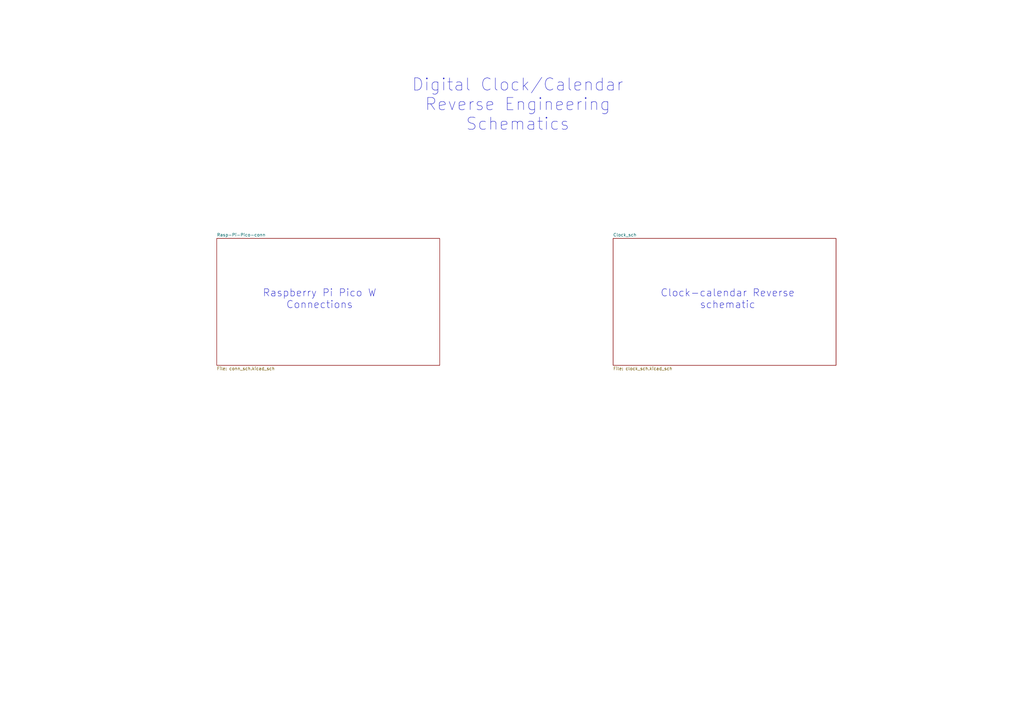
<source format=kicad_sch>
(kicad_sch
	(version 20231120)
	(generator "eeschema")
	(generator_version "8.0")
	(uuid "8ec9e7a0-62d7-409a-b294-234c366f0b32")
	(paper "A3")
	(title_block
		(title "Raspberry Pi Pico clock calendar")
		(date "2024-12-22")
		(rev "1.0")
		(company "Pakéquis")
	)
	(lib_symbols)
	(text "Raspberry Pi Pico W\nConnections"
		(exclude_from_sim no)
		(at 131.064 122.682 0)
		(effects
			(font
				(size 3 3)
			)
		)
		(uuid "364f6c84-2203-4ae3-a4f6-7c65c04cfeb1")
	)
	(text "Digital Clock/Calendar\nReverse Engineering\nSchematics"
		(exclude_from_sim no)
		(at 212.344 42.926 0)
		(effects
			(font
				(size 5 5)
			)
		)
		(uuid "4a3daca5-8e9e-4bb5-b087-df3adca060c2")
	)
	(text "Clock-calendar Reverse\nschematic"
		(exclude_from_sim no)
		(at 298.45 122.682 0)
		(effects
			(font
				(size 3 3)
			)
		)
		(uuid "da73e42f-730a-453d-920f-2aa2880861ae")
	)
	(sheet
		(at 88.9 97.79)
		(size 91.44 52.07)
		(fields_autoplaced yes)
		(stroke
			(width 0.1524)
			(type solid)
		)
		(fill
			(color 0 0 0 0.0000)
		)
		(uuid "9ab51b4e-befa-4553-968c-e56eb662ede3")
		(property "Sheetname" "Rasp-Pi-Pico-conn"
			(at 88.9 97.0784 0)
			(effects
				(font
					(size 1.27 1.27)
				)
				(justify left bottom)
			)
		)
		(property "Sheetfile" "conn_sch.kicad_sch"
			(at 88.9 150.4446 0)
			(effects
				(font
					(size 1.27 1.27)
				)
				(justify left top)
			)
		)
		(instances
			(project "clock"
				(path "/8ec9e7a0-62d7-409a-b294-234c366f0b32"
					(page "2")
				)
			)
		)
	)
	(sheet
		(at 251.46 97.79)
		(size 91.44 52.07)
		(fields_autoplaced yes)
		(stroke
			(width 0.1524)
			(type solid)
		)
		(fill
			(color 0 0 0 0.0000)
		)
		(uuid "c9518d37-6e12-435b-a397-d889057648ef")
		(property "Sheetname" "Clock_sch"
			(at 251.46 97.0784 0)
			(effects
				(font
					(size 1.27 1.27)
				)
				(justify left bottom)
			)
		)
		(property "Sheetfile" "clock_sch.kicad_sch"
			(at 251.46 150.4446 0)
			(effects
				(font
					(size 1.27 1.27)
				)
				(justify left top)
			)
		)
		(instances
			(project "clock"
				(path "/8ec9e7a0-62d7-409a-b294-234c366f0b32"
					(page "3")
				)
			)
		)
	)
	(sheet_instances
		(path "/"
			(page "1")
		)
	)
)

</source>
